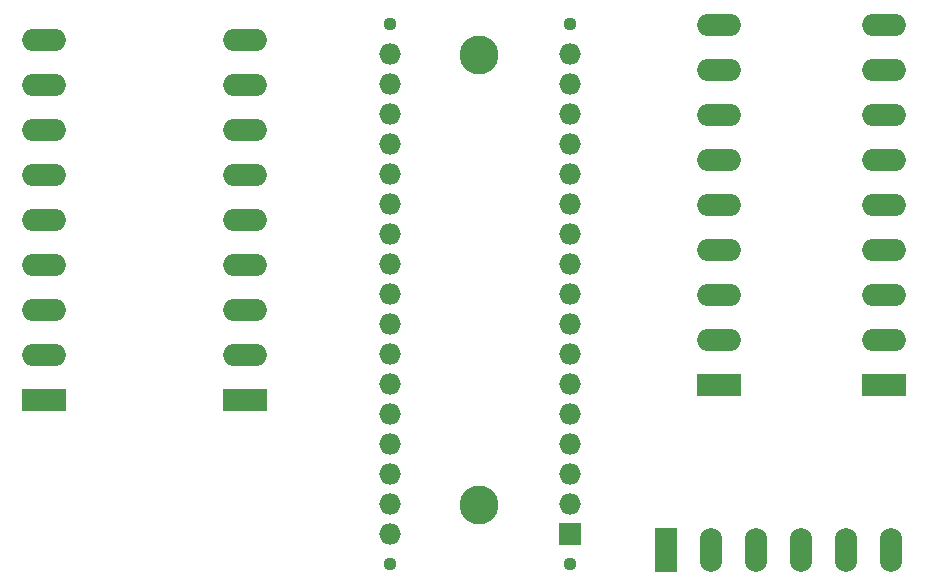
<source format=gbr>
%TF.GenerationSoftware,KiCad,Pcbnew,(5.1.6)-1*%
%TF.CreationDate,2020-10-07T17:19:25+08:00*%
%TF.ProjectId,MGame HID,4d47616d-6520-4484-9944-2e6b69636164,rev?*%
%TF.SameCoordinates,Original*%
%TF.FileFunction,Soldermask,Bot*%
%TF.FilePolarity,Negative*%
%FSLAX46Y46*%
G04 Gerber Fmt 4.6, Leading zero omitted, Abs format (unit mm)*
G04 Created by KiCad (PCBNEW (5.1.6)-1) date 2020-10-07 17:19:25*
%MOMM*%
%LPD*%
G01*
G04 APERTURE LIST*
%ADD10O,3.700000X1.900000*%
%ADD11R,3.700000X1.900000*%
%ADD12O,1.900000X3.700000*%
%ADD13R,1.900000X3.700000*%
%ADD14C,1.116000*%
%ADD15O,1.827200X1.827200*%
%ADD16R,1.827200X1.827200*%
%ADD17C,3.300000*%
G04 APERTURE END LIST*
D10*
%TO.C,J1*%
X114300000Y-64770000D03*
X114300000Y-68580000D03*
X114300000Y-72390000D03*
X114300000Y-76200000D03*
X114300000Y-80010000D03*
X114300000Y-83820000D03*
X114300000Y-87630000D03*
X114300000Y-91440000D03*
D11*
X114300000Y-95250000D03*
%TD*%
%TO.C,J2*%
X131318000Y-95250000D03*
D10*
X131318000Y-91440000D03*
X131318000Y-87630000D03*
X131318000Y-83820000D03*
X131318000Y-80010000D03*
X131318000Y-76200000D03*
X131318000Y-72390000D03*
X131318000Y-68580000D03*
X131318000Y-64770000D03*
%TD*%
D12*
%TO.C,J3*%
X186055000Y-107950000D03*
X182245000Y-107950000D03*
X178435000Y-107950000D03*
X174625000Y-107950000D03*
X170815000Y-107950000D03*
D13*
X167005000Y-107950000D03*
%TD*%
D10*
%TO.C,J4*%
X185420000Y-63500000D03*
X185420000Y-67310000D03*
X185420000Y-71120000D03*
X185420000Y-74930000D03*
X185420000Y-78740000D03*
X185420000Y-82550000D03*
X185420000Y-86360000D03*
X185420000Y-90170000D03*
D11*
X185420000Y-93980000D03*
%TD*%
%TO.C,J5*%
X171450000Y-93980000D03*
D10*
X171450000Y-90170000D03*
X171450000Y-86360000D03*
X171450000Y-82550000D03*
X171450000Y-78740000D03*
X171450000Y-74930000D03*
X171450000Y-71120000D03*
X171450000Y-67310000D03*
X171450000Y-63500000D03*
%TD*%
D14*
%TO.C,XA1*%
X158860000Y-109151001D03*
X158860000Y-63431001D03*
X143620000Y-109151001D03*
D15*
X143620000Y-88831001D03*
X158860000Y-96451001D03*
D16*
X158860000Y-106611001D03*
D15*
X143620000Y-106611001D03*
X143620000Y-73591001D03*
X143620000Y-101531001D03*
X158860000Y-93911001D03*
X143620000Y-98991001D03*
X143620000Y-93911001D03*
X143620000Y-68511001D03*
X143620000Y-96451001D03*
X158860000Y-104071001D03*
X158860000Y-98991001D03*
X158860000Y-101531001D03*
X158860000Y-91371001D03*
X158860000Y-88831001D03*
X158860000Y-86291001D03*
X158860000Y-83751001D03*
X158860000Y-81211001D03*
X158860000Y-78671001D03*
X158860000Y-76131001D03*
X158860000Y-73591001D03*
X158860000Y-71051001D03*
D14*
X143620000Y-63431001D03*
D15*
X143620000Y-71051001D03*
X143620000Y-65971001D03*
X158860000Y-65971001D03*
X158860000Y-68511001D03*
X143620000Y-91371001D03*
X143620000Y-76131001D03*
X143620000Y-78671001D03*
X143620000Y-81211001D03*
X143620000Y-83751001D03*
X143620000Y-86291001D03*
X143620000Y-104071001D03*
%TD*%
D17*
%TO.C,H1*%
X151130000Y-66040000D03*
%TD*%
%TO.C,H2*%
X151130000Y-104140000D03*
%TD*%
M02*

</source>
